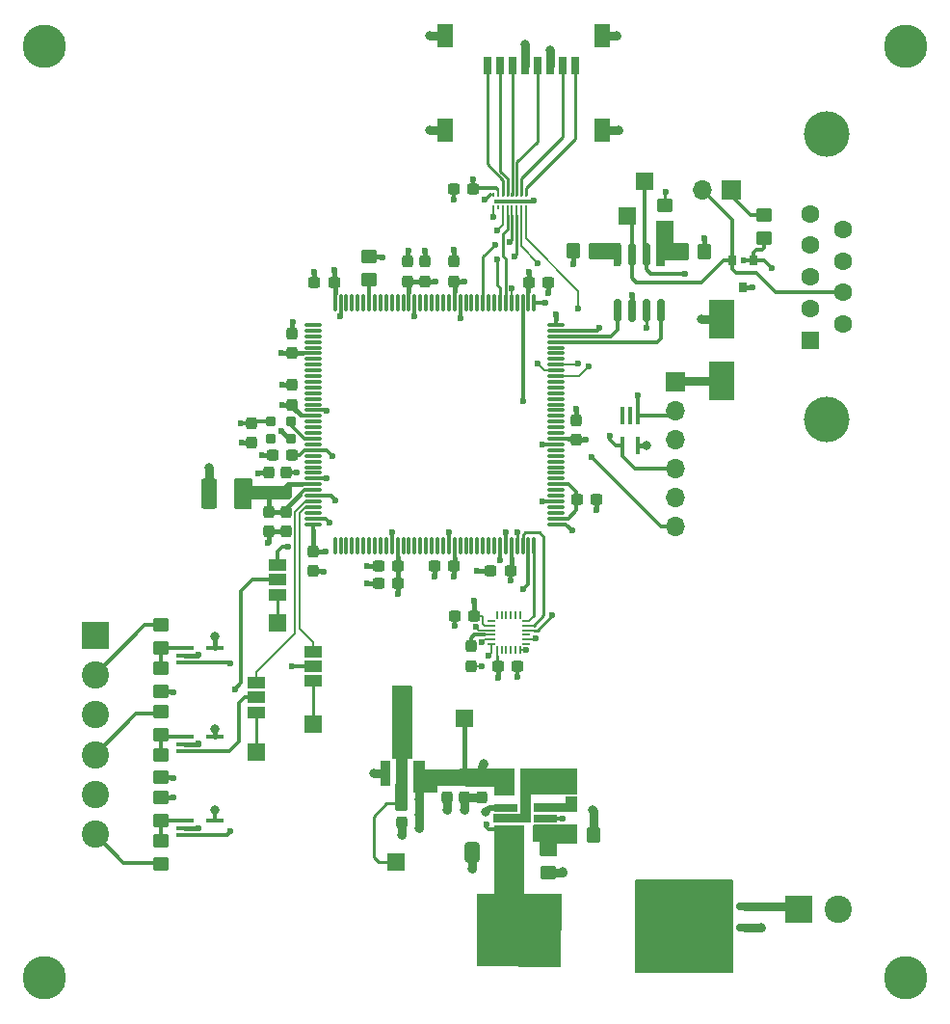
<source format=gtl>
G04 #@! TF.GenerationSoftware,KiCad,Pcbnew,(6.0.5)*
G04 #@! TF.CreationDate,2023-03-05T22:43:07-07:00*
G04 #@! TF.ProjectId,EVCU,45564355-2e6b-4696-9361-645f70636258,rev?*
G04 #@! TF.SameCoordinates,Original*
G04 #@! TF.FileFunction,Copper,L1,Top*
G04 #@! TF.FilePolarity,Positive*
%FSLAX46Y46*%
G04 Gerber Fmt 4.6, Leading zero omitted, Abs format (unit mm)*
G04 Created by KiCad (PCBNEW (6.0.5)) date 2023-03-05 22:43:07*
%MOMM*%
%LPD*%
G01*
G04 APERTURE LIST*
G04 Aperture macros list*
%AMRoundRect*
0 Rectangle with rounded corners*
0 $1 Rounding radius*
0 $2 $3 $4 $5 $6 $7 $8 $9 X,Y pos of 4 corners*
0 Add a 4 corners polygon primitive as box body*
4,1,4,$2,$3,$4,$5,$6,$7,$8,$9,$2,$3,0*
0 Add four circle primitives for the rounded corners*
1,1,$1+$1,$2,$3*
1,1,$1+$1,$4,$5*
1,1,$1+$1,$6,$7*
1,1,$1+$1,$8,$9*
0 Add four rect primitives between the rounded corners*
20,1,$1+$1,$2,$3,$4,$5,0*
20,1,$1+$1,$4,$5,$6,$7,0*
20,1,$1+$1,$6,$7,$8,$9,0*
20,1,$1+$1,$8,$9,$2,$3,0*%
%AMFreePoly0*
4,1,14,0.266715,0.088284,0.363284,-0.008285,0.375000,-0.036569,0.375000,-0.060000,0.363284,-0.088284,0.335000,-0.100000,-0.335000,-0.100000,-0.363284,-0.088284,-0.375000,-0.060000,-0.375000,0.060000,-0.363284,0.088284,-0.335000,0.100000,0.238431,0.100000,0.266715,0.088284,0.266715,0.088284,$1*%
%AMFreePoly1*
4,1,14,0.363284,0.088284,0.375000,0.060000,0.375000,0.036569,0.363284,0.008285,0.266715,-0.088284,0.238431,-0.100000,-0.335000,-0.100000,-0.363284,-0.088284,-0.375000,-0.060000,-0.375000,0.060000,-0.363284,0.088284,-0.335000,0.100000,0.335000,0.100000,0.363284,0.088284,0.363284,0.088284,$1*%
%AMFreePoly2*
4,1,14,0.088284,0.363284,0.100000,0.335000,0.100000,-0.335000,0.088284,-0.363284,0.060000,-0.375000,-0.060000,-0.375000,-0.088284,-0.363284,-0.100000,-0.335000,-0.100000,0.238431,-0.088284,0.266715,0.008285,0.363284,0.036569,0.375000,0.060000,0.375000,0.088284,0.363284,0.088284,0.363284,$1*%
%AMFreePoly3*
4,1,14,-0.008285,0.363284,0.088284,0.266715,0.100000,0.238431,0.100000,-0.335000,0.088284,-0.363284,0.060000,-0.375000,-0.060000,-0.375000,-0.088284,-0.363284,-0.100000,-0.335000,-0.100000,0.335000,-0.088284,0.363284,-0.060000,0.375000,-0.036569,0.375000,-0.008285,0.363284,-0.008285,0.363284,$1*%
%AMFreePoly4*
4,1,14,0.363284,0.088284,0.375000,0.060000,0.375000,-0.060000,0.363284,-0.088284,0.335000,-0.100000,-0.238431,-0.100000,-0.266715,-0.088284,-0.363284,0.008285,-0.375000,0.036569,-0.375000,0.060000,-0.363284,0.088284,-0.335000,0.100000,0.335000,0.100000,0.363284,0.088284,0.363284,0.088284,$1*%
%AMFreePoly5*
4,1,14,0.363284,0.088284,0.375000,0.060000,0.375000,-0.060000,0.363284,-0.088284,0.335000,-0.100000,-0.335000,-0.100000,-0.363284,-0.088284,-0.375000,-0.060000,-0.375000,-0.036569,-0.363284,-0.008285,-0.266715,0.088284,-0.238431,0.100000,0.335000,0.100000,0.363284,0.088284,0.363284,0.088284,$1*%
%AMFreePoly6*
4,1,14,0.088284,0.363284,0.100000,0.335000,0.100000,-0.238431,0.088284,-0.266715,-0.008285,-0.363284,-0.036569,-0.375000,-0.060000,-0.375000,-0.088284,-0.363284,-0.100000,-0.335000,-0.100000,0.335000,-0.088284,0.363284,-0.060000,0.375000,0.060000,0.375000,0.088284,0.363284,0.088284,0.363284,$1*%
%AMFreePoly7*
4,1,14,0.088284,0.363284,0.100000,0.335000,0.100000,-0.335000,0.088284,-0.363284,0.060000,-0.375000,0.036569,-0.375000,0.008285,-0.363284,-0.088284,-0.266715,-0.100000,-0.238431,-0.100000,0.335000,-0.088284,0.363284,-0.060000,0.375000,0.060000,0.375000,0.088284,0.363284,0.088284,0.363284,$1*%
%AMFreePoly8*
4,1,9,5.362500,-0.866500,1.237500,-0.866500,1.237500,-0.450000,-1.237500,-0.450000,-1.237500,0.450000,1.237500,0.450000,1.237500,0.866500,5.362500,0.866500,5.362500,-0.866500,5.362500,-0.866500,$1*%
G04 Aperture macros list end*
G04 #@! TA.AperFunction,SMDPad,CuDef*
%ADD10R,1.500000X1.500000*%
G04 #@! TD*
G04 #@! TA.AperFunction,SMDPad,CuDef*
%ADD11RoundRect,0.237500X0.237500X-0.300000X0.237500X0.300000X-0.237500X0.300000X-0.237500X-0.300000X0*%
G04 #@! TD*
G04 #@! TA.AperFunction,SMDPad,CuDef*
%ADD12R,0.400000X1.500000*%
G04 #@! TD*
G04 #@! TA.AperFunction,SMDPad,CuDef*
%ADD13R,1.500000X1.000000*%
G04 #@! TD*
G04 #@! TA.AperFunction,SMDPad,CuDef*
%ADD14FreePoly0,270.000000*%
G04 #@! TD*
G04 #@! TA.AperFunction,SMDPad,CuDef*
%ADD15RoundRect,0.050000X-0.050000X0.325000X-0.050000X-0.325000X0.050000X-0.325000X0.050000X0.325000X0*%
G04 #@! TD*
G04 #@! TA.AperFunction,SMDPad,CuDef*
%ADD16FreePoly1,270.000000*%
G04 #@! TD*
G04 #@! TA.AperFunction,SMDPad,CuDef*
%ADD17FreePoly2,270.000000*%
G04 #@! TD*
G04 #@! TA.AperFunction,SMDPad,CuDef*
%ADD18RoundRect,0.050000X-0.325000X0.050000X-0.325000X-0.050000X0.325000X-0.050000X0.325000X0.050000X0*%
G04 #@! TD*
G04 #@! TA.AperFunction,SMDPad,CuDef*
%ADD19FreePoly3,270.000000*%
G04 #@! TD*
G04 #@! TA.AperFunction,SMDPad,CuDef*
%ADD20FreePoly4,270.000000*%
G04 #@! TD*
G04 #@! TA.AperFunction,SMDPad,CuDef*
%ADD21FreePoly5,270.000000*%
G04 #@! TD*
G04 #@! TA.AperFunction,SMDPad,CuDef*
%ADD22FreePoly6,270.000000*%
G04 #@! TD*
G04 #@! TA.AperFunction,SMDPad,CuDef*
%ADD23FreePoly7,270.000000*%
G04 #@! TD*
G04 #@! TA.AperFunction,SMDPad,CuDef*
%ADD24RoundRect,0.250001X0.462499X0.849999X-0.462499X0.849999X-0.462499X-0.849999X0.462499X-0.849999X0*%
G04 #@! TD*
G04 #@! TA.AperFunction,SMDPad,CuDef*
%ADD25RoundRect,0.237500X-0.300000X-0.237500X0.300000X-0.237500X0.300000X0.237500X-0.300000X0.237500X0*%
G04 #@! TD*
G04 #@! TA.AperFunction,SMDPad,CuDef*
%ADD26R,0.900000X2.300000*%
G04 #@! TD*
G04 #@! TA.AperFunction,SMDPad,CuDef*
%ADD27FreePoly8,90.000000*%
G04 #@! TD*
G04 #@! TA.AperFunction,ComponentPad*
%ADD28C,3.800000*%
G04 #@! TD*
G04 #@! TA.AperFunction,SMDPad,CuDef*
%ADD29RoundRect,0.237500X-0.237500X0.300000X-0.237500X-0.300000X0.237500X-0.300000X0.237500X0.300000X0*%
G04 #@! TD*
G04 #@! TA.AperFunction,SMDPad,CuDef*
%ADD30RoundRect,0.250001X-0.462499X-1.074999X0.462499X-1.074999X0.462499X1.074999X-0.462499X1.074999X0*%
G04 #@! TD*
G04 #@! TA.AperFunction,SMDPad,CuDef*
%ADD31RoundRect,0.237500X0.300000X0.237500X-0.300000X0.237500X-0.300000X-0.237500X0.300000X-0.237500X0*%
G04 #@! TD*
G04 #@! TA.AperFunction,SMDPad,CuDef*
%ADD32RoundRect,0.250000X-0.450000X0.350000X-0.450000X-0.350000X0.450000X-0.350000X0.450000X0.350000X0*%
G04 #@! TD*
G04 #@! TA.AperFunction,SMDPad,CuDef*
%ADD33R,1.500000X0.400000*%
G04 #@! TD*
G04 #@! TA.AperFunction,SMDPad,CuDef*
%ADD34RoundRect,0.250000X0.350000X0.450000X-0.350000X0.450000X-0.350000X-0.450000X0.350000X-0.450000X0*%
G04 #@! TD*
G04 #@! TA.AperFunction,SMDPad,CuDef*
%ADD35RoundRect,0.250000X0.412500X0.650000X-0.412500X0.650000X-0.412500X-0.650000X0.412500X-0.650000X0*%
G04 #@! TD*
G04 #@! TA.AperFunction,SMDPad,CuDef*
%ADD36R,2.000000X0.650000*%
G04 #@! TD*
G04 #@! TA.AperFunction,SMDPad,CuDef*
%ADD37RoundRect,0.250000X-0.350000X-0.450000X0.350000X-0.450000X0.350000X0.450000X-0.350000X0.450000X0*%
G04 #@! TD*
G04 #@! TA.AperFunction,ComponentPad*
%ADD38R,2.400000X2.400000*%
G04 #@! TD*
G04 #@! TA.AperFunction,ComponentPad*
%ADD39C,2.400000*%
G04 #@! TD*
G04 #@! TA.AperFunction,ComponentPad*
%ADD40C,2.235200*%
G04 #@! TD*
G04 #@! TA.AperFunction,SMDPad,CuDef*
%ADD41RoundRect,0.075000X-0.662500X-0.075000X0.662500X-0.075000X0.662500X0.075000X-0.662500X0.075000X0*%
G04 #@! TD*
G04 #@! TA.AperFunction,SMDPad,CuDef*
%ADD42RoundRect,0.075000X-0.075000X-0.662500X0.075000X-0.662500X0.075000X0.662500X-0.075000X0.662500X0*%
G04 #@! TD*
G04 #@! TA.AperFunction,ComponentPad*
%ADD43R,1.700000X1.700000*%
G04 #@! TD*
G04 #@! TA.AperFunction,ComponentPad*
%ADD44O,1.700000X1.700000*%
G04 #@! TD*
G04 #@! TA.AperFunction,SMDPad,CuDef*
%ADD45RoundRect,0.150000X0.587500X0.150000X-0.587500X0.150000X-0.587500X-0.150000X0.587500X-0.150000X0*%
G04 #@! TD*
G04 #@! TA.AperFunction,SMDPad,CuDef*
%ADD46R,2.300000X3.500000*%
G04 #@! TD*
G04 #@! TA.AperFunction,SMDPad,CuDef*
%ADD47RoundRect,0.150000X0.150000X-0.825000X0.150000X0.825000X-0.150000X0.825000X-0.150000X-0.825000X0*%
G04 #@! TD*
G04 #@! TA.AperFunction,SMDPad,CuDef*
%ADD48R,0.800000X1.500000*%
G04 #@! TD*
G04 #@! TA.AperFunction,SMDPad,CuDef*
%ADD49R,1.450000X2.000000*%
G04 #@! TD*
G04 #@! TA.AperFunction,SMDPad,CuDef*
%ADD50RoundRect,0.250000X0.450000X-0.350000X0.450000X0.350000X-0.450000X0.350000X-0.450000X-0.350000X0*%
G04 #@! TD*
G04 #@! TA.AperFunction,ComponentPad*
%ADD51C,4.000000*%
G04 #@! TD*
G04 #@! TA.AperFunction,ComponentPad*
%ADD52R,1.600000X1.600000*%
G04 #@! TD*
G04 #@! TA.AperFunction,ComponentPad*
%ADD53C,1.600000*%
G04 #@! TD*
G04 #@! TA.AperFunction,SMDPad,CuDef*
%ADD54RoundRect,0.200000X0.250000X-0.200000X0.250000X0.200000X-0.250000X0.200000X-0.250000X-0.200000X0*%
G04 #@! TD*
G04 #@! TA.AperFunction,SMDPad,CuDef*
%ADD55R,0.800000X0.900000*%
G04 #@! TD*
G04 #@! TA.AperFunction,SMDPad,CuDef*
%ADD56R,0.200000X0.450000*%
G04 #@! TD*
G04 #@! TA.AperFunction,SMDPad,CuDef*
%ADD57R,2.800000X0.300000*%
G04 #@! TD*
G04 #@! TA.AperFunction,ViaPad*
%ADD58C,0.800000*%
G04 #@! TD*
G04 #@! TA.AperFunction,ViaPad*
%ADD59C,0.600000*%
G04 #@! TD*
G04 #@! TA.AperFunction,Conductor*
%ADD60C,0.500000*%
G04 #@! TD*
G04 #@! TA.AperFunction,Conductor*
%ADD61C,0.800000*%
G04 #@! TD*
G04 #@! TA.AperFunction,Conductor*
%ADD62C,0.300000*%
G04 #@! TD*
G04 #@! TA.AperFunction,Conductor*
%ADD63C,0.400000*%
G04 #@! TD*
G04 #@! TA.AperFunction,Conductor*
%ADD64C,0.250000*%
G04 #@! TD*
G04 #@! TA.AperFunction,Conductor*
%ADD65C,0.200000*%
G04 #@! TD*
G04 APERTURE END LIST*
D10*
X136579531Y-57293200D03*
X135055531Y-60341200D03*
D11*
X130105200Y-111915100D03*
X130105200Y-110190100D03*
D12*
X135955800Y-77867200D03*
X135305800Y-77867200D03*
X134655800Y-77867200D03*
X134655800Y-80527200D03*
X135955800Y-80527200D03*
D13*
X104292400Y-91003600D03*
X104292400Y-92303600D03*
X104292400Y-93603600D03*
D11*
X119846400Y-66080500D03*
X119846400Y-64355500D03*
D14*
X125621600Y-95417200D03*
D15*
X125221600Y-95417200D03*
X124821600Y-95417200D03*
X124421600Y-95417200D03*
X124021600Y-95417200D03*
D16*
X123621600Y-95417200D03*
D17*
X123121600Y-95917200D03*
D18*
X123121600Y-96317200D03*
X123121600Y-96717200D03*
X123121600Y-97117200D03*
X123121600Y-97517200D03*
D19*
X123121600Y-97917200D03*
D20*
X123621600Y-98417200D03*
D15*
X124021600Y-98417200D03*
X124421600Y-98417200D03*
X124821600Y-98417200D03*
X125221600Y-98417200D03*
D21*
X125621600Y-98417200D03*
D22*
X126121600Y-97917200D03*
D18*
X126121600Y-97517200D03*
X126121600Y-97117200D03*
X126121600Y-96717200D03*
X126121600Y-96317200D03*
D23*
X126121600Y-95917200D03*
D24*
X126695700Y-110036600D03*
X124370700Y-110036600D03*
D25*
X123673700Y-99898200D03*
X125398700Y-99898200D03*
D26*
X113765200Y-109312600D03*
D27*
X115265200Y-109225100D03*
D26*
X116765200Y-109312600D03*
D10*
X107421200Y-104922800D03*
D28*
X83820000Y-45466000D03*
D29*
X115243008Y-111910156D03*
X115243008Y-113635156D03*
D28*
X159512000Y-45466000D03*
D30*
X98292900Y-84725200D03*
X101267900Y-84725200D03*
D11*
X130556000Y-79983500D03*
X130556000Y-78258500D03*
D31*
X109278900Y-66183200D03*
X107553900Y-66183200D03*
D32*
X94081600Y-107661200D03*
X94081600Y-109661200D03*
D33*
X96155200Y-98283000D03*
X96155200Y-98933000D03*
X96155200Y-99583000D03*
X98815200Y-99583000D03*
X98815200Y-98283000D03*
D11*
X117306400Y-66080500D03*
X117306400Y-64355500D03*
D34*
X132064000Y-114681000D03*
X130064000Y-114681000D03*
D13*
X102479600Y-101316000D03*
X102479600Y-102616000D03*
X102479600Y-103916000D03*
D35*
X124555700Y-116205000D03*
X121430700Y-116205000D03*
D32*
X94081600Y-103902000D03*
X94081600Y-105902000D03*
D34*
X132321731Y-63414600D03*
X130321731Y-63414600D03*
D36*
X124409200Y-112308600D03*
X124409200Y-113258600D03*
X124409200Y-114208600D03*
X127829200Y-114208600D03*
X127829200Y-113258600D03*
X127829200Y-112308600D03*
D32*
X94081600Y-96282000D03*
X94081600Y-98282000D03*
D31*
X124772900Y-91465400D03*
X123047900Y-91465400D03*
D10*
X104292400Y-96053400D03*
D37*
X139846731Y-63465400D03*
X141846731Y-63465400D03*
D33*
X96155200Y-106055400D03*
X96155200Y-106705400D03*
X96155200Y-107355400D03*
X98815200Y-107355400D03*
X98815200Y-106055400D03*
D31*
X114892300Y-91100600D03*
X113167300Y-91100600D03*
D13*
X107416600Y-98572800D03*
X107416600Y-99872800D03*
X107416600Y-101172800D03*
D38*
X150091200Y-121194600D03*
D39*
X153591200Y-121194600D03*
D10*
X114757200Y-117094000D03*
D31*
X114892300Y-92633800D03*
X113167300Y-92633800D03*
X119819900Y-91108700D03*
X118094900Y-91108700D03*
D40*
X138150600Y-124510800D03*
X138150600Y-121208800D03*
X124688600Y-124510800D03*
X124688600Y-121208800D03*
D41*
X107456700Y-69904600D03*
X107456700Y-70404600D03*
X107456700Y-70904600D03*
X107456700Y-71404600D03*
X107456700Y-71904600D03*
X107456700Y-72404600D03*
X107456700Y-72904600D03*
X107456700Y-73404600D03*
X107456700Y-73904600D03*
X107456700Y-74404600D03*
X107456700Y-74904600D03*
X107456700Y-75404600D03*
X107456700Y-75904600D03*
X107456700Y-76404600D03*
X107456700Y-76904600D03*
X107456700Y-77404600D03*
X107456700Y-77904600D03*
X107456700Y-78404600D03*
X107456700Y-78904600D03*
X107456700Y-79404600D03*
X107456700Y-79904600D03*
X107456700Y-80404600D03*
X107456700Y-80904600D03*
X107456700Y-81404600D03*
X107456700Y-81904600D03*
X107456700Y-82404600D03*
X107456700Y-82904600D03*
X107456700Y-83404600D03*
X107456700Y-83904600D03*
X107456700Y-84404600D03*
X107456700Y-84904600D03*
X107456700Y-85404600D03*
X107456700Y-85904600D03*
X107456700Y-86404600D03*
X107456700Y-86904600D03*
X107456700Y-87404600D03*
D42*
X109369200Y-89317100D03*
X109869200Y-89317100D03*
X110369200Y-89317100D03*
X110869200Y-89317100D03*
X111369200Y-89317100D03*
X111869200Y-89317100D03*
X112369200Y-89317100D03*
X112869200Y-89317100D03*
X113369200Y-89317100D03*
X113869200Y-89317100D03*
X114369200Y-89317100D03*
X114869200Y-89317100D03*
X115369200Y-89317100D03*
X115869200Y-89317100D03*
X116369200Y-89317100D03*
X116869200Y-89317100D03*
X117369200Y-89317100D03*
X117869200Y-89317100D03*
X118369200Y-89317100D03*
X118869200Y-89317100D03*
X119369200Y-89317100D03*
X119869200Y-89317100D03*
X120369200Y-89317100D03*
X120869200Y-89317100D03*
X121369200Y-89317100D03*
X121869200Y-89317100D03*
X122369200Y-89317100D03*
X122869200Y-89317100D03*
X123369200Y-89317100D03*
X123869200Y-89317100D03*
X124369200Y-89317100D03*
X124869200Y-89317100D03*
X125369200Y-89317100D03*
X125869200Y-89317100D03*
X126369200Y-89317100D03*
X126869200Y-89317100D03*
D41*
X128781700Y-87404600D03*
X128781700Y-86904600D03*
X128781700Y-86404600D03*
X128781700Y-85904600D03*
X128781700Y-85404600D03*
X128781700Y-84904600D03*
X128781700Y-84404600D03*
X128781700Y-83904600D03*
X128781700Y-83404600D03*
X128781700Y-82904600D03*
X128781700Y-82404600D03*
X128781700Y-81904600D03*
X128781700Y-81404600D03*
X128781700Y-80904600D03*
X128781700Y-80404600D03*
X128781700Y-79904600D03*
X128781700Y-79404600D03*
X128781700Y-78904600D03*
X128781700Y-78404600D03*
X128781700Y-77904600D03*
X128781700Y-77404600D03*
X128781700Y-76904600D03*
X128781700Y-76404600D03*
X128781700Y-75904600D03*
X128781700Y-75404600D03*
X128781700Y-74904600D03*
X128781700Y-74404600D03*
X128781700Y-73904600D03*
X128781700Y-73404600D03*
X128781700Y-72904600D03*
X128781700Y-72404600D03*
X128781700Y-71904600D03*
X128781700Y-71404600D03*
X128781700Y-70904600D03*
X128781700Y-70404600D03*
X128781700Y-69904600D03*
D42*
X126869200Y-67992100D03*
X126369200Y-67992100D03*
X125869200Y-67992100D03*
X125369200Y-67992100D03*
X124869200Y-67992100D03*
X124369200Y-67992100D03*
X123869200Y-67992100D03*
X123369200Y-67992100D03*
X122869200Y-67992100D03*
X122369200Y-67992100D03*
X121869200Y-67992100D03*
X121369200Y-67992100D03*
X120869200Y-67992100D03*
X120369200Y-67992100D03*
X119869200Y-67992100D03*
X119369200Y-67992100D03*
X118869200Y-67992100D03*
X118369200Y-67992100D03*
X117869200Y-67992100D03*
X117369200Y-67992100D03*
X116869200Y-67992100D03*
X116369200Y-67992100D03*
X115869200Y-67992100D03*
X115369200Y-67992100D03*
X114869200Y-67992100D03*
X114369200Y-67992100D03*
X113869200Y-67992100D03*
X113369200Y-67992100D03*
X112869200Y-67992100D03*
X112369200Y-67992100D03*
X111869200Y-67992100D03*
X111369200Y-67992100D03*
X110869200Y-67992100D03*
X110369200Y-67992100D03*
X109869200Y-67992100D03*
X109369200Y-67992100D03*
D11*
X115782400Y-66080500D03*
X115782400Y-64355500D03*
D25*
X130607900Y-85242400D03*
X132332900Y-85242400D03*
D43*
X144204531Y-58055200D03*
D44*
X141664531Y-58055200D03*
D45*
X145412700Y-122844600D03*
X145412700Y-120944600D03*
X143537700Y-121894600D03*
D31*
X121614100Y-95469400D03*
X119889100Y-95469400D03*
D43*
X139319000Y-74904600D03*
D44*
X139319000Y-77444600D03*
X139319000Y-79984600D03*
X139319000Y-82524600D03*
X139319000Y-85064600D03*
X139319000Y-87604600D03*
D32*
X94081600Y-100092000D03*
X94081600Y-102092000D03*
D33*
X96155200Y-113421400D03*
X96155200Y-114071400D03*
X96155200Y-114721400D03*
X98815200Y-114721400D03*
X98815200Y-113421400D03*
D32*
X147066000Y-60264800D03*
X147066000Y-62264800D03*
D28*
X159512000Y-127254000D03*
D25*
X119787500Y-58013600D03*
X121512500Y-58013600D03*
D29*
X119176800Y-109674956D03*
X119176800Y-111399956D03*
X120700800Y-109678300D03*
X120700800Y-111403300D03*
D38*
X88279200Y-97142600D03*
D39*
X88279200Y-100642600D03*
X88279200Y-104142600D03*
X88279200Y-107642600D03*
X88279200Y-111142600D03*
X88279200Y-114642600D03*
D10*
X102454200Y-107391200D03*
D46*
X143383000Y-74836000D03*
X143383000Y-69436000D03*
D29*
X105054400Y-86310300D03*
X105054400Y-88035300D03*
D11*
X105622400Y-76910100D03*
X105622400Y-75185100D03*
D10*
X120700800Y-104444800D03*
D31*
X105612100Y-81330800D03*
X103887100Y-81330800D03*
D11*
X105054400Y-84631700D03*
X105054400Y-82906700D03*
D47*
X134166531Y-68658200D03*
X135436531Y-68658200D03*
X136706531Y-68658200D03*
X137976531Y-68658200D03*
X137976531Y-63708200D03*
X136706531Y-63708200D03*
X135436531Y-63708200D03*
X134166531Y-63708200D03*
D48*
X122742400Y-47107200D03*
X123842400Y-47107200D03*
X124942400Y-47107200D03*
X126042400Y-47107200D03*
X127142400Y-47107200D03*
X128242400Y-47107200D03*
X129342400Y-47107200D03*
X130442400Y-47107200D03*
D49*
X132817400Y-44507200D03*
X119067400Y-44507200D03*
X119067400Y-52807200D03*
X132817400Y-52807200D03*
D29*
X121310400Y-98121300D03*
X121310400Y-99846300D03*
D11*
X105622400Y-72379700D03*
X105622400Y-70654700D03*
D50*
X94081600Y-117205000D03*
X94081600Y-115205000D03*
X112378800Y-65938600D03*
X112378800Y-63938600D03*
D29*
X103530400Y-86310300D03*
X103530400Y-88035300D03*
X107467400Y-89815500D03*
X107467400Y-91540500D03*
D51*
X152594869Y-78185200D03*
X152594869Y-53185200D03*
D52*
X151174869Y-71225200D03*
D53*
X151174869Y-68455200D03*
X151174869Y-65685200D03*
X151174869Y-62915200D03*
X151174869Y-60145200D03*
X154014869Y-69840200D03*
X154014869Y-67070200D03*
X154014869Y-64300200D03*
X154014869Y-61530200D03*
D11*
X103530400Y-84631700D03*
X103530400Y-82906700D03*
D54*
X103681400Y-79862200D03*
X105531400Y-79862200D03*
X105531400Y-78412200D03*
X103681400Y-78412200D03*
D55*
X146165531Y-64221200D03*
X144265531Y-64221200D03*
X145215531Y-66621200D03*
D29*
X102057200Y-78528700D03*
X102057200Y-80253700D03*
D32*
X128143000Y-115967000D03*
X128143000Y-117967000D03*
D56*
X123322400Y-59616200D03*
X123722400Y-59616200D03*
X124122400Y-59616200D03*
X124522400Y-59616200D03*
X124922400Y-59616200D03*
X125322400Y-59616200D03*
X125722400Y-59616200D03*
X126122400Y-59616200D03*
X126122400Y-58465200D03*
X125722400Y-58465200D03*
X125322400Y-58465200D03*
X124922400Y-58465200D03*
X124522400Y-58465200D03*
X124122400Y-58465200D03*
X123722400Y-58465200D03*
X123322400Y-58465200D03*
D57*
X124722400Y-59041200D03*
D50*
X94081600Y-113420400D03*
X94081600Y-111420400D03*
D25*
X126391500Y-66167000D03*
X128116500Y-66167000D03*
D29*
X122231200Y-109682100D03*
X122231200Y-111407100D03*
D28*
X83820000Y-127254000D03*
D32*
X138382931Y-59417400D03*
X138382931Y-61417400D03*
D58*
X122605800Y-112649000D03*
D59*
X127609600Y-85394800D03*
X127609600Y-80391000D03*
D58*
X136702800Y-80518000D03*
X141605000Y-69443600D03*
D59*
X97332800Y-114071400D03*
X97332800Y-98907600D03*
X95199200Y-102133400D03*
X97358200Y-106680000D03*
X95199200Y-109677200D03*
X95199200Y-111404400D03*
D58*
X146837400Y-122834400D03*
X129387600Y-117957600D03*
X121437400Y-117652800D03*
X115239800Y-114706400D03*
X112776000Y-109321600D03*
X119176800Y-112471200D03*
X120700800Y-112471200D03*
D59*
X122224800Y-99847400D03*
X122250200Y-97790000D03*
X126161800Y-98443700D03*
X125399800Y-100812600D03*
X126974600Y-97459800D03*
X119888000Y-96367600D03*
X124383800Y-88138000D03*
X119380000Y-88138000D03*
X114350800Y-88112600D03*
X108915200Y-87274400D03*
X108635800Y-83362800D03*
X108635800Y-77419200D03*
X109855000Y-69164200D03*
X116357400Y-69164200D03*
X120370600Y-69291200D03*
X127812800Y-67995800D03*
X130302000Y-64541400D03*
X128092200Y-67081400D03*
X135432800Y-67259200D03*
X141833600Y-62331600D03*
X146050000Y-66598800D03*
X130556000Y-77292200D03*
X132308600Y-86156800D03*
X121818400Y-91465400D03*
X118084600Y-92024200D03*
X112191800Y-92633800D03*
X112191800Y-91084400D03*
X108381800Y-91567000D03*
X103505000Y-89027000D03*
X101142800Y-80264000D03*
X102616000Y-82931000D03*
X105968800Y-82880200D03*
X102920800Y-81305400D03*
X104673400Y-79222600D03*
X104724200Y-75184000D03*
X105638600Y-69672200D03*
X107569000Y-65278000D03*
X113512600Y-63957200D03*
X115798600Y-63373000D03*
X117297200Y-63373000D03*
X119837200Y-63271400D03*
X119786400Y-58928000D03*
X126822200Y-59029600D03*
D58*
X128244600Y-45745400D03*
X117729000Y-52806600D03*
X134289800Y-52806600D03*
X134137400Y-44500800D03*
X117703600Y-44500800D03*
X98298000Y-82448400D03*
D59*
X119811800Y-92024200D03*
X136702800Y-70129400D03*
D58*
X115265200Y-103282600D03*
D59*
X101117400Y-78536800D03*
X131419600Y-79959200D03*
X104648000Y-72390000D03*
X108559600Y-89839800D03*
D58*
X126034800Y-45288200D03*
D59*
X120777000Y-66090800D03*
D58*
X115265200Y-102082600D03*
D59*
X121615200Y-94157800D03*
X104698800Y-76911200D03*
X122555000Y-58877200D03*
X124841000Y-92329000D03*
X114884200Y-93497400D03*
X123672600Y-100939600D03*
X121513600Y-57150000D03*
X128781700Y-69022500D03*
X126390400Y-65227200D03*
X118237000Y-66090800D03*
X130184200Y-87926700D03*
X109270800Y-65100200D03*
X138416831Y-58197400D03*
D58*
X98806000Y-112496600D03*
X122428000Y-108458000D03*
X116765200Y-111580800D03*
X98806000Y-97231200D03*
X132029200Y-112496600D03*
X116765200Y-112901600D03*
X98806000Y-105410000D03*
X116765200Y-114070000D03*
D59*
X122682000Y-113792000D03*
X129362200Y-113258600D03*
X131876800Y-81483200D03*
X109178400Y-81423200D03*
X109407000Y-85284000D03*
X105206800Y-89382600D03*
X132613400Y-70205600D03*
X135940800Y-76089200D03*
X125942400Y-76597200D03*
X133562400Y-79645200D03*
X100203000Y-114401600D03*
X100558600Y-101879400D03*
X100152200Y-99618800D03*
X105613200Y-99923600D03*
X147755531Y-64913200D03*
X145262600Y-64211200D03*
X140135531Y-65421200D03*
X122859800Y-98933000D03*
X123910400Y-90567200D03*
X128482400Y-95393200D03*
X125369200Y-88092400D03*
X125942400Y-93107200D03*
X121742200Y-96418400D03*
X131682800Y-73549200D03*
X123317000Y-60452000D03*
X127177800Y-64465200D03*
X127177800Y-73304400D03*
X130768400Y-68469200D03*
X130768400Y-73295200D03*
X124926400Y-66691200D03*
X123656400Y-61611200D03*
X123656400Y-64151200D03*
X125180400Y-63897200D03*
X123420900Y-62881200D03*
X124715900Y-62627200D03*
D60*
X122946200Y-112308600D02*
X122605800Y-112649000D01*
X124409200Y-112308600D02*
X122946200Y-112308600D01*
D61*
X120704600Y-111407100D02*
X120700800Y-111403300D01*
X122231200Y-111407100D02*
X120704600Y-111407100D01*
D62*
X127619400Y-85404600D02*
X127609600Y-85394800D01*
X128781700Y-85404600D02*
X127619400Y-85404600D01*
X127623200Y-80404600D02*
X127609600Y-80391000D01*
X128781700Y-80404600D02*
X127623200Y-80404600D01*
D63*
X136693600Y-80527200D02*
X136702800Y-80518000D01*
X135955800Y-80527200D02*
X136693600Y-80527200D01*
D64*
X136702800Y-70129400D02*
X136706531Y-70125669D01*
X136706531Y-70125669D02*
X136706531Y-68658200D01*
D61*
X141612600Y-69436000D02*
X141605000Y-69443600D01*
X143383000Y-69436000D02*
X141612600Y-69436000D01*
D63*
X96155200Y-114071400D02*
X97332800Y-114071400D01*
X97307400Y-98933000D02*
X97332800Y-98907600D01*
X96155200Y-98933000D02*
X97307400Y-98933000D01*
X95157800Y-102092000D02*
X95199200Y-102133400D01*
X94081600Y-102092000D02*
X95157800Y-102092000D01*
X97332800Y-106705400D02*
X97358200Y-106680000D01*
X96155200Y-106705400D02*
X97332800Y-106705400D01*
X95183200Y-109661200D02*
X95199200Y-109677200D01*
X94081600Y-109661200D02*
X95183200Y-109661200D01*
X95183200Y-111420400D02*
X95199200Y-111404400D01*
X94081600Y-111420400D02*
X95183200Y-111420400D01*
D61*
X146827200Y-122844600D02*
X146837400Y-122834400D01*
X145412700Y-122844600D02*
X146827200Y-122844600D01*
X129378200Y-117967000D02*
X129387600Y-117957600D01*
X128143000Y-117967000D02*
X129378200Y-117967000D01*
X121437400Y-117652800D02*
X121430700Y-117646100D01*
X121430700Y-117646100D02*
X121430700Y-116205000D01*
X115243008Y-114703192D02*
X115239800Y-114706400D01*
X115243008Y-113635156D02*
X115243008Y-114703192D01*
X112785000Y-109312600D02*
X112776000Y-109321600D01*
X113765200Y-109312600D02*
X112785000Y-109312600D01*
X119176800Y-111399956D02*
X119176800Y-112471200D01*
X120700800Y-111403300D02*
X120700800Y-112471200D01*
D65*
X122223700Y-99846300D02*
X122224800Y-99847400D01*
X121310400Y-99846300D02*
X122223700Y-99846300D01*
X122523000Y-97517200D02*
X122250200Y-97790000D01*
X123121600Y-97517200D02*
X122523000Y-97517200D01*
D62*
X121310400Y-97409000D02*
X121310400Y-98121300D01*
X121602200Y-97117200D02*
X121310400Y-97409000D01*
X122504200Y-97117200D02*
X121602200Y-97117200D01*
D65*
X126135300Y-98417200D02*
X126161800Y-98443700D01*
X125621600Y-98417200D02*
X126135300Y-98417200D01*
D62*
X125398700Y-100811500D02*
X125399800Y-100812600D01*
X125398700Y-99898200D02*
X125398700Y-100811500D01*
X126917200Y-97517200D02*
X126974600Y-97459800D01*
D65*
X126121600Y-97517200D02*
X126917200Y-97517200D01*
D62*
X119889100Y-96366500D02*
X119888000Y-96367600D01*
X119889100Y-95469400D02*
X119889100Y-96366500D01*
X124369200Y-88152600D02*
X124383800Y-88138000D01*
X124369200Y-89317100D02*
X124369200Y-88152600D01*
X119369200Y-88148800D02*
X119380000Y-88138000D01*
X119369200Y-89317100D02*
X119369200Y-88148800D01*
X114369200Y-88131000D02*
X114350800Y-88112600D01*
X114369200Y-89317100D02*
X114369200Y-88131000D01*
X108545400Y-86904600D02*
X108915200Y-87274400D01*
X107456700Y-86904600D02*
X108545400Y-86904600D01*
X108594000Y-83404600D02*
X108635800Y-83362800D01*
X107456700Y-83404600D02*
X108594000Y-83404600D01*
X108621200Y-77404600D02*
X108635800Y-77419200D01*
X107456700Y-77404600D02*
X108621200Y-77404600D01*
X109869200Y-69150000D02*
X109855000Y-69164200D01*
X109869200Y-67992100D02*
X109869200Y-69150000D01*
X116369200Y-69152400D02*
X116357400Y-69164200D01*
X116369200Y-67992100D02*
X116369200Y-69152400D01*
X120369200Y-69289800D02*
X120370600Y-69291200D01*
X120369200Y-67992100D02*
X120369200Y-69289800D01*
X127809100Y-67992100D02*
X127812800Y-67995800D01*
X126869200Y-67992100D02*
X127809100Y-67992100D01*
D63*
X130321731Y-64521669D02*
X130302000Y-64541400D01*
X130321731Y-63414600D02*
X130321731Y-64521669D01*
X128116500Y-67057100D02*
X128092200Y-67081400D01*
X128116500Y-66167000D02*
X128116500Y-67057100D01*
X135436531Y-67262931D02*
X135432800Y-67259200D01*
X135436531Y-68658200D02*
X135436531Y-67262931D01*
X141846731Y-62344731D02*
X141833600Y-62331600D01*
X141846731Y-63465400D02*
X141846731Y-62344731D01*
X146027600Y-66621200D02*
X146050000Y-66598800D01*
X145215531Y-66621200D02*
X146027600Y-66621200D01*
X130556000Y-78258500D02*
X130556000Y-77292200D01*
X132332900Y-86132500D02*
X132308600Y-86156800D01*
X132332900Y-85242400D02*
X132332900Y-86132500D01*
X123047900Y-91465400D02*
X121818400Y-91465400D01*
X118094900Y-92013900D02*
X118084600Y-92024200D01*
X118094900Y-91108700D02*
X118094900Y-92013900D01*
X113167300Y-92633800D02*
X112191800Y-92633800D01*
X112208000Y-91100600D02*
X112191800Y-91084400D01*
X113167300Y-91100600D02*
X112208000Y-91100600D01*
X108355300Y-91540500D02*
X108381800Y-91567000D01*
X107467400Y-91540500D02*
X108355300Y-91540500D01*
X103530400Y-89001600D02*
X103505000Y-89027000D01*
X103530400Y-88035300D02*
X103530400Y-89001600D01*
X105054400Y-88035300D02*
X103530400Y-88035300D01*
D61*
X98292900Y-82453500D02*
X98292900Y-84725200D01*
X98298000Y-82448400D02*
X98292900Y-82453500D01*
D62*
X101125500Y-78528700D02*
X102057200Y-78528700D01*
X101117400Y-78536800D02*
X101125500Y-78528700D01*
D63*
X101153100Y-80253700D02*
X101142800Y-80264000D01*
X102057200Y-80253700D02*
X101153100Y-80253700D01*
X102640300Y-82906700D02*
X102616000Y-82931000D01*
X103530400Y-82906700D02*
X102640300Y-82906700D01*
D62*
X105942300Y-82906700D02*
X105968800Y-82880200D01*
X105054400Y-82906700D02*
X105942300Y-82906700D01*
D63*
X102946200Y-81330800D02*
X102920800Y-81305400D01*
X103887100Y-81330800D02*
X102946200Y-81330800D01*
X105313000Y-79862200D02*
X104673400Y-79222600D01*
X105531400Y-79862200D02*
X105313000Y-79862200D01*
X104725300Y-75185100D02*
X104724200Y-75184000D01*
X105622400Y-75185100D02*
X104725300Y-75185100D01*
X105622400Y-69688400D02*
X105638600Y-69672200D01*
X105622400Y-70654700D02*
X105622400Y-69688400D01*
X107553900Y-65293100D02*
X107569000Y-65278000D01*
X107553900Y-66183200D02*
X107553900Y-65293100D01*
X113494000Y-63938600D02*
X113512600Y-63957200D01*
X112378800Y-63938600D02*
X113494000Y-63938600D01*
X115782400Y-63389200D02*
X115798600Y-63373000D01*
X115782400Y-64355500D02*
X115782400Y-63389200D01*
X117306400Y-63382200D02*
X117297200Y-63373000D01*
X117306400Y-64355500D02*
X117306400Y-63382200D01*
X119846400Y-63280600D02*
X119837200Y-63271400D01*
X119846400Y-64355500D02*
X119846400Y-63280600D01*
D62*
X119787500Y-58926900D02*
X119786400Y-58928000D01*
X119787500Y-58013600D02*
X119787500Y-58926900D01*
X126810600Y-59041200D02*
X126822200Y-59029600D01*
X124722400Y-59041200D02*
X126810600Y-59041200D01*
D61*
X128242400Y-45747600D02*
X128244600Y-45745400D01*
X128242400Y-47107200D02*
X128242400Y-45747600D01*
X117729600Y-52807200D02*
X117729000Y-52806600D01*
X119067400Y-52807200D02*
X117729600Y-52807200D01*
X134289200Y-52807200D02*
X134289800Y-52806600D01*
X132817400Y-52807200D02*
X134289200Y-52807200D01*
X134131000Y-44507200D02*
X134137400Y-44500800D01*
X132817400Y-44507200D02*
X134131000Y-44507200D01*
X117710000Y-44507200D02*
X117703600Y-44500800D01*
X119067400Y-44507200D02*
X117710000Y-44507200D01*
D62*
X107456700Y-87404600D02*
X107456700Y-87949500D01*
D63*
X131419600Y-79959200D02*
X131395300Y-79983500D01*
D64*
X115243008Y-111910156D02*
X113921244Y-111910156D01*
D63*
X107467400Y-89815500D02*
X107467400Y-87960200D01*
D62*
X114869200Y-89317100D02*
X114869200Y-90347800D01*
X121512500Y-57151100D02*
X121513600Y-57150000D01*
D63*
X120777000Y-66090800D02*
X120766700Y-66080500D01*
X121614100Y-95469400D02*
X121614100Y-94158900D01*
D62*
X103681400Y-78412200D02*
X102173700Y-78412200D01*
D63*
X128781700Y-69392800D02*
X128781700Y-69022500D01*
X114892300Y-93489300D02*
X114892300Y-92633800D01*
X129844800Y-79904600D02*
X130477100Y-79904600D01*
D64*
X113207800Y-117094000D02*
X114757200Y-117094000D01*
D63*
X104699900Y-76910100D02*
X104698800Y-76911200D01*
D62*
X128781700Y-79904600D02*
X129844800Y-79904600D01*
X119869200Y-89317100D02*
X119869200Y-90373200D01*
X115869200Y-67992100D02*
X115869200Y-67005200D01*
X123647200Y-57962800D02*
X123571000Y-57886600D01*
D63*
X131395300Y-79983500D02*
X130556000Y-79983500D01*
D65*
X123647200Y-57962800D02*
X123722400Y-58038000D01*
D63*
X105647300Y-72404600D02*
X106516800Y-72404600D01*
D62*
X107456700Y-72404600D02*
X106516800Y-72404600D01*
D63*
X126390400Y-65227200D02*
X126390400Y-66165900D01*
X114869200Y-91077500D02*
X114892300Y-91100600D01*
X105622400Y-72379700D02*
X104658300Y-72379700D01*
X126369200Y-66189300D02*
X126391500Y-66167000D01*
D65*
X122377200Y-95605600D02*
X122241000Y-95469400D01*
D61*
X139387600Y-74836000D02*
X139319000Y-74904600D01*
D65*
X123121600Y-96317200D02*
X122555400Y-96317200D01*
D63*
X109369200Y-66273500D02*
X109369200Y-67084600D01*
D62*
X124869200Y-89317100D02*
X124869200Y-90398600D01*
D63*
X119819900Y-92016100D02*
X119819900Y-91108700D01*
X114884200Y-93497400D02*
X114892300Y-93489300D01*
D62*
X124841000Y-92329000D02*
X124841000Y-91261100D01*
D63*
X104658300Y-72379700D02*
X104648000Y-72390000D01*
X106349800Y-77825600D02*
X106324400Y-77825600D01*
X115874800Y-66172900D02*
X115782400Y-66080500D01*
X105622400Y-76910100D02*
X104699900Y-76910100D01*
X107467400Y-89815500D02*
X108535300Y-89815500D01*
D62*
X126369200Y-67992100D02*
X126369200Y-66954400D01*
D63*
X109278900Y-66183200D02*
X109369200Y-66273500D01*
D64*
X138382931Y-58231300D02*
X138416831Y-58197400D01*
D63*
X109278900Y-65108300D02*
X109278900Y-66183200D01*
D65*
X123621600Y-98417200D02*
X123621600Y-98983600D01*
D63*
X115782400Y-66080500D02*
X115869200Y-66167300D01*
X117306400Y-66080500D02*
X118226700Y-66080500D01*
D65*
X123722400Y-58038000D02*
X123722400Y-58465200D01*
D63*
X123673700Y-99898200D02*
X123673700Y-100938500D01*
D62*
X107456700Y-77904600D02*
X106428800Y-77904600D01*
X109369200Y-67992100D02*
X109369200Y-67084600D01*
D63*
X121614100Y-94158900D02*
X121615200Y-94157800D01*
D65*
X122555400Y-96317200D02*
X122377200Y-96139000D01*
D63*
X106324400Y-77825600D02*
X105622400Y-77123600D01*
D64*
X138382931Y-59417400D02*
X138382931Y-58231300D01*
D61*
X126042400Y-45295800D02*
X126042400Y-47107200D01*
D62*
X122555000Y-58877200D02*
X122580400Y-58877200D01*
X106428800Y-77904600D02*
X106349800Y-77825600D01*
D63*
X105622400Y-77123600D02*
X105622400Y-76910100D01*
X119869200Y-90373200D02*
X119869200Y-91279900D01*
X109270800Y-65100200D02*
X109278900Y-65108300D01*
D65*
X123322400Y-58465200D02*
X122992400Y-58465200D01*
D63*
X123673700Y-100938500D02*
X123672600Y-100939600D01*
D62*
X128781700Y-87404600D02*
X129662100Y-87404600D01*
X121639500Y-57886600D02*
X121512500Y-58013600D01*
D64*
X112776000Y-116662200D02*
X113207800Y-117094000D01*
X123621800Y-98983800D02*
X123621600Y-98984000D01*
D63*
X126390400Y-66165900D02*
X126391500Y-66167000D01*
D65*
X122241000Y-95469400D02*
X121724900Y-95469400D01*
X122377200Y-96139000D02*
X122377200Y-95605600D01*
X123621600Y-98983600D02*
X123621800Y-98983800D01*
D62*
X119869200Y-67992100D02*
X119869200Y-66979800D01*
D63*
X119869200Y-66979800D02*
X119869200Y-66052500D01*
D62*
X128781700Y-69904600D02*
X128781700Y-69392800D01*
D63*
X108535300Y-89815500D02*
X108559600Y-89839800D01*
D64*
X113921244Y-111910156D02*
X112776000Y-113055400D01*
D63*
X114892300Y-90957400D02*
X114892300Y-92633800D01*
D61*
X126034800Y-45288200D02*
X126042400Y-45295800D01*
D62*
X123571000Y-57886600D02*
X121639500Y-57886600D01*
D63*
X105622400Y-72379700D02*
X105647300Y-72404600D01*
D62*
X121512500Y-58013600D02*
X121512500Y-57151100D01*
D63*
X114869200Y-90347800D02*
X114869200Y-91306100D01*
X126369200Y-66954400D02*
X126369200Y-66189300D01*
D64*
X123621600Y-98984000D02*
X123621600Y-99747100D01*
D63*
X115869200Y-66167300D02*
X115869200Y-67005200D01*
X115782400Y-66080500D02*
X117306400Y-66080500D01*
D62*
X129662100Y-87404600D02*
X130184200Y-87926700D01*
D64*
X112776000Y-113055400D02*
X112776000Y-116662200D01*
D63*
X124869200Y-91232900D02*
X124869200Y-90398600D01*
D61*
X143383000Y-74836000D02*
X139387600Y-74836000D01*
D63*
X118226700Y-66080500D02*
X118237000Y-66090800D01*
X120766700Y-66080500D02*
X119846400Y-66080500D01*
D62*
X124841000Y-91261100D02*
X124869200Y-91232900D01*
X122580400Y-58877200D02*
X122992400Y-58465200D01*
D63*
X119811800Y-92024200D02*
X119819900Y-92016100D01*
X130477100Y-79904600D02*
X130556000Y-79983500D01*
D62*
X102173700Y-78412200D02*
X102057200Y-78528700D01*
D61*
X122231200Y-109682100D02*
X122231200Y-108654800D01*
D63*
X98815200Y-106055400D02*
X98815200Y-105419200D01*
D61*
X116765200Y-111580800D02*
X116765200Y-112901600D01*
X116765200Y-109312600D02*
X116765200Y-111580800D01*
D62*
X98815200Y-113421400D02*
X98815200Y-112505800D01*
D61*
X132121200Y-112588600D02*
X132121200Y-114117856D01*
X132029200Y-112496600D02*
X132121200Y-112588600D01*
D63*
X98815200Y-97240400D02*
X98806000Y-97231200D01*
X120700800Y-109678300D02*
X120700800Y-104444800D01*
D61*
X116765200Y-112901600D02*
X116765200Y-114070000D01*
X122231200Y-108654800D02*
X122428000Y-108458000D01*
D63*
X98815200Y-98283000D02*
X98815200Y-97240400D01*
X98815200Y-105419200D02*
X98806000Y-105410000D01*
D62*
X98815200Y-112505800D02*
X98806000Y-112496600D01*
X122682000Y-114046000D02*
X122844600Y-114208600D01*
X122682000Y-113792000D02*
X122682000Y-114046000D01*
X122844600Y-114208600D02*
X124409200Y-114208600D01*
X127829200Y-113258600D02*
X129362200Y-113258600D01*
D63*
X105273500Y-83904600D02*
X105114400Y-84063700D01*
D62*
X106222800Y-84836000D02*
X106654200Y-84404600D01*
D63*
X106451400Y-83904600D02*
X105273500Y-83904600D01*
D62*
X107456700Y-83904600D02*
X106451400Y-83904600D01*
X106654200Y-84404600D02*
X107456700Y-84404600D01*
D63*
X103530400Y-86310300D02*
X105054400Y-86310300D01*
X105054400Y-86004400D02*
X105054400Y-86310300D01*
X103530400Y-84631700D02*
X103530400Y-86310300D01*
X106222800Y-84836000D02*
X105054400Y-86004400D01*
D62*
X130581400Y-84582000D02*
X129904000Y-83904600D01*
X129884400Y-86904600D02*
X130581400Y-86207600D01*
X130581400Y-86207600D02*
X130581400Y-84582000D01*
X128781700Y-86904600D02*
X129884400Y-86904600D01*
X129904000Y-83904600D02*
X128781700Y-83904600D01*
X105909900Y-81356200D02*
X106273600Y-81356200D01*
X137998200Y-87604600D02*
X131876800Y-81483200D01*
X108659800Y-80904600D02*
X109178400Y-81423200D01*
X106273600Y-81353076D02*
X106722076Y-80904600D01*
X105722900Y-81169200D02*
X105909900Y-81356200D01*
X106722076Y-80904600D02*
X107456700Y-80904600D01*
X139319000Y-87604600D02*
X137998200Y-87604600D01*
X107456700Y-80904600D02*
X108659800Y-80904600D01*
X106273600Y-81356200D02*
X106273600Y-81353076D01*
D65*
X123121600Y-97117200D02*
X122504200Y-97117200D01*
D62*
X105206800Y-89382600D02*
X104698800Y-89382600D01*
X104292400Y-89789000D02*
X104292400Y-91003600D01*
X107456700Y-84904600D02*
X109027600Y-84904600D01*
X104698800Y-89382600D02*
X104292400Y-89789000D01*
X109027600Y-84904600D02*
X109407000Y-85284000D01*
D65*
X106771800Y-85404600D02*
X105865920Y-86310480D01*
X105864360Y-97005440D02*
X102479600Y-100390200D01*
X102479600Y-100390200D02*
X102479600Y-101316000D01*
X105865920Y-86310480D02*
X105865920Y-88313687D01*
X107456700Y-85404600D02*
X106771800Y-85404600D01*
X105864360Y-88315248D02*
X105864360Y-97005440D01*
X105865920Y-88313687D02*
X105864360Y-88315248D01*
D62*
X138896400Y-77867200D02*
X135955800Y-77867200D01*
X135940800Y-76089200D02*
X135955800Y-76104200D01*
X132414400Y-70404600D02*
X128781700Y-70404600D01*
X132613400Y-70205600D02*
X132414400Y-70404600D01*
X139319000Y-77444600D02*
X138896400Y-77867200D01*
X135955800Y-76104200D02*
X135955800Y-77867200D01*
X134655800Y-80527200D02*
X134070400Y-80527200D01*
X134655800Y-81468200D02*
X134655800Y-80527200D01*
X133562400Y-80019200D02*
X133562400Y-79645200D01*
X125869200Y-67992100D02*
X125869200Y-76524000D01*
X135712200Y-82524600D02*
X134655800Y-81468200D01*
X125869200Y-76524000D02*
X125942400Y-76597200D01*
X139319000Y-82524600D02*
X135712200Y-82524600D01*
X134070400Y-80527200D02*
X133562400Y-80019200D01*
D64*
X124123920Y-57193142D02*
X124123920Y-58465200D01*
X122742400Y-47107200D02*
X122742400Y-55811622D01*
X122742400Y-55811622D02*
X124123920Y-57193142D01*
X124522400Y-58465200D02*
X124522400Y-57059142D01*
X123910400Y-56447142D02*
X123910400Y-47175200D01*
X123910400Y-47175200D02*
X123842400Y-47107200D01*
X124522400Y-57059142D02*
X123910400Y-56447142D01*
X124942400Y-58445200D02*
X124922400Y-58465200D01*
X124942400Y-47107200D02*
X124942400Y-58445200D01*
X127142400Y-53807200D02*
X127142400Y-47107200D01*
X125322400Y-55627200D02*
X127142400Y-53807200D01*
X125322400Y-58465200D02*
X125322400Y-55627200D01*
X125722400Y-58465200D02*
X125722400Y-57005200D01*
X129342400Y-53385200D02*
X129342400Y-47107200D01*
X125722400Y-57005200D02*
X129342400Y-53385200D01*
X126122400Y-58465200D02*
X126122400Y-57875200D01*
X126122400Y-57875200D02*
X130442400Y-53555200D01*
X130442400Y-53555200D02*
X130442400Y-47107200D01*
X112369200Y-65948200D02*
X112378800Y-65938600D01*
D62*
X112369200Y-67992100D02*
X112369200Y-65948200D01*
X94081600Y-113420400D02*
X96154200Y-113420400D01*
X94081600Y-115128800D02*
X94081600Y-113420400D01*
X96154200Y-113420400D02*
X96155200Y-113421400D01*
X94235000Y-106055400D02*
X94081600Y-105902000D01*
X94081600Y-106054400D02*
X94081600Y-107661200D01*
X96155200Y-106055400D02*
X94235000Y-106055400D01*
X96155200Y-114721400D02*
X98815200Y-114721400D01*
X101117400Y-101320600D02*
X101117400Y-93311000D01*
X99883200Y-114721400D02*
X100203000Y-114401600D01*
X98815200Y-114721400D02*
X99883200Y-114721400D01*
X100558600Y-101879400D02*
X101117400Y-101320600D01*
X101117400Y-93311000D02*
X102124800Y-92303600D01*
X102124800Y-92303600D02*
X104292400Y-92303600D01*
X96165600Y-107365800D02*
X100101400Y-107365800D01*
X100101400Y-107365800D02*
X100939600Y-106527600D01*
X100939600Y-106527600D02*
X100939600Y-103124000D01*
X101447600Y-102616000D02*
X102479600Y-102616000D01*
X96155200Y-107355400D02*
X96165600Y-107365800D01*
X100939600Y-103124000D02*
X101447600Y-102616000D01*
X90765400Y-117128800D02*
X88279200Y-114642600D01*
X94081600Y-117128800D02*
X90765400Y-117128800D01*
X91867400Y-104054400D02*
X94081600Y-104054400D01*
X88279200Y-107642600D02*
X91867400Y-104054400D01*
X96155200Y-99583000D02*
X98815200Y-99583000D01*
X100116400Y-99583000D02*
X100152200Y-99618800D01*
X105613200Y-99923600D02*
X107365800Y-99923600D01*
X107365800Y-99923600D02*
X107416600Y-99872800D01*
X98815200Y-99583000D02*
X100116400Y-99583000D01*
X146165531Y-63562269D02*
X146165531Y-64221200D01*
X136706531Y-63708200D02*
X136579531Y-63581200D01*
X146888200Y-63347600D02*
X146380200Y-63347600D01*
X147755531Y-64913200D02*
X147063531Y-64221200D01*
X136579531Y-63581200D02*
X136579531Y-57293200D01*
X140135531Y-65421200D02*
X137087531Y-65421200D01*
X147063531Y-64221200D02*
X146165531Y-64221200D01*
X147066000Y-63169800D02*
X146888200Y-63347600D01*
X147066000Y-62264800D02*
X147066000Y-63169800D01*
X145262600Y-64211200D02*
X145272600Y-64221200D01*
X137087531Y-65421200D02*
X136706531Y-65040200D01*
X136706531Y-65040200D02*
X136706531Y-63708200D01*
X145272600Y-64221200D02*
X146165531Y-64221200D01*
X146380200Y-63347600D02*
X146165531Y-63562269D01*
X106697701Y-79904600D02*
X105531400Y-78738299D01*
X107456700Y-79904600D02*
X106697701Y-79904600D01*
X105531400Y-78738299D02*
X105531400Y-78412200D01*
D65*
X122859800Y-98933000D02*
X123121600Y-98671200D01*
X123121600Y-98671200D02*
X123121600Y-97917200D01*
D62*
X123869200Y-90526000D02*
X123910400Y-90567200D01*
X123869200Y-89317100D02*
X123869200Y-90526000D01*
D64*
X126822200Y-96723200D02*
X127152400Y-96723200D01*
X127152400Y-96723200D02*
X128482400Y-95393200D01*
D65*
X126816200Y-96717200D02*
X126822200Y-96723200D01*
X126121600Y-96717200D02*
X126816200Y-96717200D01*
D64*
X125369200Y-88092400D02*
X125369200Y-89317100D01*
X127720400Y-88535200D02*
X127334920Y-88149720D01*
X127334920Y-88149720D02*
X126073880Y-88149720D01*
X125869200Y-88354400D02*
X125869200Y-89317100D01*
X126796800Y-96291400D02*
X127720400Y-95367800D01*
D65*
X126121600Y-96317200D02*
X126771000Y-96317200D01*
D64*
X126073880Y-88149720D02*
X125869200Y-88354400D01*
X127720400Y-95367800D02*
X127720400Y-88535200D01*
D65*
X126771000Y-96317200D02*
X126796800Y-96291400D01*
D62*
X126369200Y-92680400D02*
X126369200Y-89317100D01*
D65*
X121742200Y-96418400D02*
X122041000Y-96717200D01*
X122041000Y-96717200D02*
X123121600Y-96717200D01*
D62*
X125942400Y-93107200D02*
X126369200Y-92680400D01*
D64*
X126869200Y-95482400D02*
X126869200Y-89317100D01*
D65*
X126121600Y-95917200D02*
X126434400Y-95917200D01*
X126434400Y-95917200D02*
X126869200Y-95482400D01*
X123317000Y-59621600D02*
X123322400Y-59616200D01*
X130827400Y-74404600D02*
X131682800Y-73549200D01*
X128781700Y-74404600D02*
X130827400Y-74404600D01*
X123317000Y-60452000D02*
X123317000Y-59621600D01*
X127177800Y-64465200D02*
X125722400Y-63009800D01*
X127778000Y-73904600D02*
X128781700Y-73904600D01*
X125722400Y-63009800D02*
X125722400Y-59616200D01*
X127177800Y-73304400D02*
X127778000Y-73904600D01*
X130768400Y-66945200D02*
X126122400Y-62299200D01*
X130659000Y-73404600D02*
X128781700Y-73404600D01*
X126122400Y-62299200D02*
X126122400Y-59616200D01*
X130768400Y-68469200D02*
X130768400Y-66945200D01*
X130768400Y-73295200D02*
X130659000Y-73404600D01*
D62*
X137708131Y-71404600D02*
X137976531Y-71136200D01*
X137976531Y-71136200D02*
X137976531Y-68658200D01*
X128781700Y-71404600D02*
X137708131Y-71404600D01*
X128781700Y-70904600D02*
X133590800Y-70904600D01*
X133590800Y-70904600D02*
X134166531Y-70328869D01*
X134166531Y-70328869D02*
X134166531Y-68658200D01*
X88279200Y-100642600D02*
X88282600Y-100642600D01*
X92643200Y-96282000D02*
X93675200Y-96282000D01*
X88282600Y-100642600D02*
X92643200Y-96282000D01*
D65*
X124869200Y-66748400D02*
X124926400Y-66691200D01*
X124869200Y-67992100D02*
X124869200Y-66748400D01*
X124122400Y-61145200D02*
X124122400Y-59616200D01*
X123656400Y-61611200D02*
X124122400Y-61145200D01*
D64*
X124522400Y-60248800D02*
X124522400Y-61525155D01*
X124164400Y-63879245D02*
X124369200Y-64084045D01*
X124369200Y-64084045D02*
X124369200Y-67992100D01*
X124164400Y-61883155D02*
X124164400Y-63879245D01*
D65*
X124522400Y-59616200D02*
X124522400Y-60248800D01*
D64*
X124522400Y-61525155D02*
X124164400Y-61883155D01*
D65*
X125322400Y-60248800D02*
X125322400Y-59616200D01*
D64*
X123869200Y-66617600D02*
X123869200Y-67992100D01*
X123656400Y-66404800D02*
X123869200Y-66617600D01*
X125322400Y-63755200D02*
X125322400Y-60248800D01*
X125180400Y-63897200D02*
X125322400Y-63755200D01*
X123656400Y-64151200D02*
X123656400Y-66404800D01*
X122369200Y-63932900D02*
X122369200Y-67992100D01*
D65*
X124922400Y-59616200D02*
X124922400Y-60248800D01*
D64*
X124922400Y-60248800D02*
X124922400Y-62420700D01*
X123420900Y-62881200D02*
X122369200Y-63932900D01*
X124922400Y-62420700D02*
X124715900Y-62627200D01*
D62*
X135436531Y-65802200D02*
X135436531Y-63708200D01*
X135817531Y-66183200D02*
X135436531Y-65802200D01*
X144265531Y-64221200D02*
X144265531Y-60656200D01*
X144265531Y-64221200D02*
X143550800Y-64221200D01*
X141588800Y-66183200D02*
X135817531Y-66183200D01*
X135436531Y-63708200D02*
X135436531Y-60468200D01*
X144653000Y-65354200D02*
X144265531Y-64966731D01*
X143550800Y-64221200D02*
X141588800Y-66183200D01*
X146354800Y-65354200D02*
X144653000Y-65354200D01*
X144265531Y-60656200D02*
X141664531Y-58055200D01*
X135309531Y-60341200D02*
X135055531Y-60341200D01*
X148070800Y-67070200D02*
X146354800Y-65354200D01*
X144265531Y-64966731D02*
X144265531Y-64221200D01*
X154014869Y-67070200D02*
X148070800Y-67070200D01*
X135436531Y-60468200D02*
X135309531Y-60341200D01*
X144204531Y-58581131D02*
X144204531Y-58055200D01*
X145888200Y-60264800D02*
X144204531Y-58581131D01*
X147066000Y-60264800D02*
X145888200Y-60264800D01*
D64*
X104292400Y-93197200D02*
X104292400Y-95441500D01*
X102479600Y-103916000D02*
X102479600Y-107365800D01*
X102479600Y-107365800D02*
X102454200Y-107391200D01*
D65*
X106792787Y-85904600D02*
X107456700Y-85904600D01*
X107416600Y-97790000D02*
X106248200Y-96621600D01*
X106248200Y-96621600D02*
X106248200Y-86449187D01*
X107416600Y-98572800D02*
X107416600Y-97790000D01*
X106248200Y-86449187D02*
X106792787Y-85904600D01*
D64*
X107442000Y-101189000D02*
X107442000Y-104902000D01*
X107442000Y-104902000D02*
X107421200Y-104922800D01*
D62*
X94081600Y-98282000D02*
X94081600Y-100244400D01*
X96154200Y-98282000D02*
X96155200Y-98283000D01*
X94081600Y-98282000D02*
X96154200Y-98282000D01*
D61*
X149841200Y-120944600D02*
X150091200Y-121194600D01*
X145412700Y-120944600D02*
X149841200Y-120944600D01*
G04 #@! TA.AperFunction,Conductor*
G36*
X102049633Y-83382802D02*
G01*
X102096126Y-83436458D01*
X102107511Y-83489239D01*
X102105642Y-84023350D01*
X102119148Y-84023413D01*
X102119149Y-84023413D01*
X104085227Y-84032542D01*
X105469556Y-84038969D01*
X105537582Y-84059287D01*
X105583825Y-84113158D01*
X105594970Y-84164637D01*
X105596933Y-84912028D01*
X105587091Y-84961178D01*
X105529677Y-85097787D01*
X105484844Y-85152837D01*
X105469868Y-85161666D01*
X105335004Y-85229098D01*
X105278655Y-85242400D01*
X102015600Y-85242400D01*
X102015600Y-85945400D01*
X101995598Y-86013521D01*
X101941942Y-86060014D01*
X101889600Y-86071400D01*
X100668400Y-86071400D01*
X100600279Y-86051398D01*
X100553786Y-85997742D01*
X100542400Y-85945400D01*
X100542400Y-83488800D01*
X100562402Y-83420679D01*
X100616058Y-83374186D01*
X100668400Y-83362800D01*
X101981512Y-83362800D01*
X102049633Y-83382802D01*
G37*
G04 #@! TD.AperFunction*
G04 #@! TA.AperFunction,Conductor*
G36*
X130609773Y-108897027D02*
G01*
X130613200Y-108905300D01*
X130613200Y-111142500D01*
X130609773Y-111150773D01*
X130601500Y-111154200D01*
X126549200Y-111154200D01*
X126549200Y-113606300D01*
X126545773Y-113614573D01*
X126537500Y-113618000D01*
X123258900Y-113618000D01*
X123250627Y-113614573D01*
X123247200Y-113606300D01*
X123247200Y-112842300D01*
X123250627Y-112834027D01*
X123258900Y-112830600D01*
X125685600Y-112830600D01*
X125685600Y-108905300D01*
X125689027Y-108897027D01*
X125697300Y-108893600D01*
X130601500Y-108893600D01*
X130609773Y-108897027D01*
G37*
G04 #@! TD.AperFunction*
G04 #@! TA.AperFunction,Conductor*
G36*
X144290321Y-118612602D02*
G01*
X144336814Y-118666258D01*
X144348200Y-118718600D01*
X144348200Y-126721600D01*
X144328198Y-126789721D01*
X144274542Y-126836214D01*
X144222200Y-126847600D01*
X135838200Y-126847600D01*
X135770079Y-126827598D01*
X135723586Y-126773942D01*
X135712200Y-126721600D01*
X135712200Y-118718600D01*
X135732202Y-118650479D01*
X135785858Y-118603986D01*
X135838200Y-118592600D01*
X144222200Y-118592600D01*
X144290321Y-118612602D01*
G37*
G04 #@! TD.AperFunction*
G04 #@! TA.AperFunction,Conductor*
G36*
X130638781Y-111352683D02*
G01*
X130642208Y-111360956D01*
X130642208Y-112658356D01*
X130638781Y-112666629D01*
X130630508Y-112670056D01*
X126818508Y-112670056D01*
X126810235Y-112666629D01*
X126806808Y-112658356D01*
X126806808Y-111953300D01*
X126810235Y-111945027D01*
X126818508Y-111941600D01*
X129597200Y-111941600D01*
X129597200Y-111360956D01*
X129600627Y-111352683D01*
X129608900Y-111349256D01*
X130630508Y-111349256D01*
X130638781Y-111352683D01*
G37*
G04 #@! TD.AperFunction*
G04 #@! TA.AperFunction,Conductor*
G36*
X134432652Y-62702502D02*
G01*
X134479145Y-62756158D01*
X134490531Y-62808500D01*
X134490531Y-64613900D01*
X134470529Y-64682021D01*
X134416873Y-64728514D01*
X134364531Y-64739900D01*
X133956131Y-64739900D01*
X133888010Y-64719898D01*
X133841517Y-64666242D01*
X133830131Y-64613900D01*
X133830131Y-64130300D01*
X131822531Y-64130300D01*
X131754410Y-64110298D01*
X131707917Y-64056642D01*
X131696531Y-64004300D01*
X131696531Y-62808500D01*
X131716533Y-62740379D01*
X131770189Y-62693886D01*
X131822531Y-62682500D01*
X134364531Y-62682500D01*
X134432652Y-62702502D01*
G37*
G04 #@! TD.AperFunction*
G04 #@! TA.AperFunction,Conductor*
G36*
X126009059Y-113842926D02*
G01*
X126012589Y-113851319D01*
X126002691Y-119888000D01*
X126005039Y-119887988D01*
X126005040Y-119887988D01*
X127395458Y-119880758D01*
X129246762Y-119871131D01*
X129255052Y-119874515D01*
X129258522Y-119882855D01*
X129245236Y-126265824D01*
X129241792Y-126274090D01*
X129233474Y-126277500D01*
X121838457Y-126238050D01*
X121830202Y-126234579D01*
X121826819Y-126226292D01*
X121858403Y-119887928D01*
X121858573Y-119853706D01*
X121862041Y-119845450D01*
X121870636Y-119842070D01*
X123346758Y-119887928D01*
X123346759Y-119887928D01*
X123349084Y-119888000D01*
X123374152Y-113883508D01*
X123377613Y-113875249D01*
X123385708Y-113871858D01*
X126000746Y-113839602D01*
X126009059Y-113842926D01*
G37*
G04 #@! TD.AperFunction*
G04 #@! TA.AperFunction,Conductor*
G36*
X117283704Y-108156627D02*
G01*
X117287130Y-108164748D01*
X117297200Y-108940600D01*
X123374200Y-108893600D01*
X125115100Y-108893600D01*
X125123373Y-108897027D01*
X125126800Y-108905300D01*
X125126800Y-111218675D01*
X125123373Y-111226948D01*
X125115075Y-111230375D01*
X123353818Y-111226624D01*
X123345552Y-111223180D01*
X123342146Y-111215184D01*
X123336118Y-110943856D01*
X123325014Y-110444131D01*
X118367208Y-110410456D01*
X118367208Y-110932175D01*
X118363781Y-110940448D01*
X118355528Y-110943875D01*
X117195579Y-110945734D01*
X116292919Y-110947181D01*
X116284640Y-110943767D01*
X116281200Y-110935481D01*
X116281200Y-108164900D01*
X116284627Y-108156627D01*
X116292900Y-108153200D01*
X117275431Y-108153200D01*
X117283704Y-108156627D01*
G37*
G04 #@! TD.AperFunction*
G04 #@! TA.AperFunction,Conductor*
G36*
X130625121Y-113812002D02*
G01*
X130671614Y-113865658D01*
X130683000Y-113918000D01*
X130683000Y-115317000D01*
X130662998Y-115385121D01*
X130609342Y-115431614D01*
X130557000Y-115443000D01*
X128905000Y-115443000D01*
X128905000Y-116460000D01*
X128884998Y-116528121D01*
X128831342Y-116574614D01*
X128779000Y-116586000D01*
X127507000Y-116586000D01*
X127438879Y-116565998D01*
X127392386Y-116512342D01*
X127381000Y-116460000D01*
X127381000Y-115316000D01*
X126872000Y-115316000D01*
X126803879Y-115295998D01*
X126757386Y-115242342D01*
X126746000Y-115190000D01*
X126746000Y-113918000D01*
X126766002Y-113849879D01*
X126819658Y-113803386D01*
X126872000Y-113792000D01*
X130557000Y-113792000D01*
X130625121Y-113812002D01*
G37*
G04 #@! TD.AperFunction*
G04 #@! TA.AperFunction,Conductor*
G36*
X116121181Y-101569202D02*
G01*
X116167674Y-101622858D01*
X116179059Y-101675738D01*
X116154200Y-107492800D01*
X116154200Y-107874800D01*
X116134198Y-107942921D01*
X116080542Y-107989414D01*
X116028200Y-108000800D01*
X115773200Y-108000800D01*
X115773200Y-112421400D01*
X115753198Y-112489521D01*
X115699542Y-112536014D01*
X115647200Y-112547400D01*
X114807266Y-112547400D01*
X114739145Y-112527398D01*
X114692652Y-112473742D01*
X114681266Y-112421135D01*
X114690534Y-108018915D01*
X114690572Y-108000800D01*
X114502200Y-108000800D01*
X114434079Y-107980798D01*
X114387586Y-107927142D01*
X114376200Y-107874800D01*
X114376200Y-101675200D01*
X114396202Y-101607079D01*
X114449858Y-101560586D01*
X114502200Y-101549200D01*
X116053060Y-101549200D01*
X116121181Y-101569202D01*
G37*
G04 #@! TD.AperFunction*
G04 #@! TA.AperFunction,Conductor*
G36*
X139087052Y-60767602D02*
G01*
X139133545Y-60821258D01*
X139144931Y-60873600D01*
X139144931Y-62728800D01*
X140339731Y-62728800D01*
X140407852Y-62748802D01*
X140454345Y-62802458D01*
X140465731Y-62854800D01*
X140465731Y-64076000D01*
X140445729Y-64144121D01*
X140392073Y-64190614D01*
X140339731Y-64202000D01*
X138332131Y-64202000D01*
X138332131Y-64634800D01*
X138312129Y-64702921D01*
X138258473Y-64749414D01*
X138206131Y-64760800D01*
X137721531Y-64760800D01*
X137653410Y-64740798D01*
X137606917Y-64687142D01*
X137595531Y-64634800D01*
X137595531Y-60873600D01*
X137615533Y-60805479D01*
X137669189Y-60758986D01*
X137721531Y-60747600D01*
X139018931Y-60747600D01*
X139087052Y-60767602D01*
G37*
G04 #@! TD.AperFunction*
M02*

</source>
